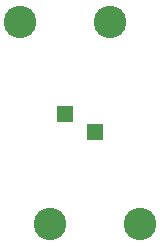
<source format=gbr>
%TF.GenerationSoftware,KiCad,Pcbnew,(5.1.12)-1*%
%TF.CreationDate,2022-05-19T13:57:39-04:00*%
%TF.ProjectId,BNC_to_ZIF,424e435f-746f-45f5-9a49-462e6b696361,rev?*%
%TF.SameCoordinates,Original*%
%TF.FileFunction,Copper,L2,Bot*%
%TF.FilePolarity,Positive*%
%FSLAX46Y46*%
G04 Gerber Fmt 4.6, Leading zero omitted, Abs format (unit mm)*
G04 Created by KiCad (PCBNEW (5.1.12)-1) date 2022-05-19 13:57:39*
%MOMM*%
%LPD*%
G01*
G04 APERTURE LIST*
%TA.AperFunction,ComponentPad*%
%ADD10C,2.750000*%
%TD*%
%TA.AperFunction,ComponentPad*%
%ADD11R,1.420000X1.420000*%
%TD*%
G04 APERTURE END LIST*
D10*
%TO.P,J1,3*%
%TO.N,Net-(J1-Pad2)*%
X120660000Y-103220000D03*
%TO.P,J1,2*%
X128260000Y-103220000D03*
D11*
%TO.P,J1,1*%
%TO.N,Net-(J1-Pad1)*%
X124460000Y-111020000D03*
%TD*%
%TO.P,J2,1*%
%TO.N,Net-(J2-Pad1)*%
X127000000Y-112500000D03*
D10*
%TO.P,J2,2*%
%TO.N,Net-(J2-Pad2)*%
X123200000Y-120300000D03*
%TO.P,J2,3*%
X130800000Y-120300000D03*
%TD*%
M02*

</source>
